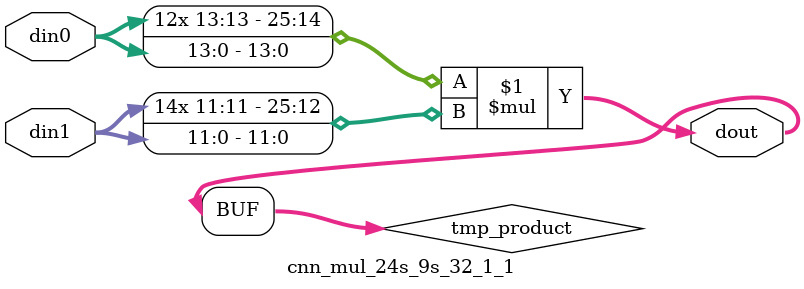
<source format=v>

`timescale 1 ns / 1 ps

  module cnn_mul_24s_9s_32_1_1(din0, din1, dout);
parameter ID = 1;
parameter NUM_STAGE = 0;
parameter din0_WIDTH = 14;
parameter din1_WIDTH = 12;
parameter dout_WIDTH = 26;

input [din0_WIDTH - 1 : 0] din0; 
input [din1_WIDTH - 1 : 0] din1; 
output [dout_WIDTH - 1 : 0] dout;

wire signed [dout_WIDTH - 1 : 0] tmp_product;













assign tmp_product = $signed(din0) * $signed(din1);








assign dout = tmp_product;







endmodule

</source>
